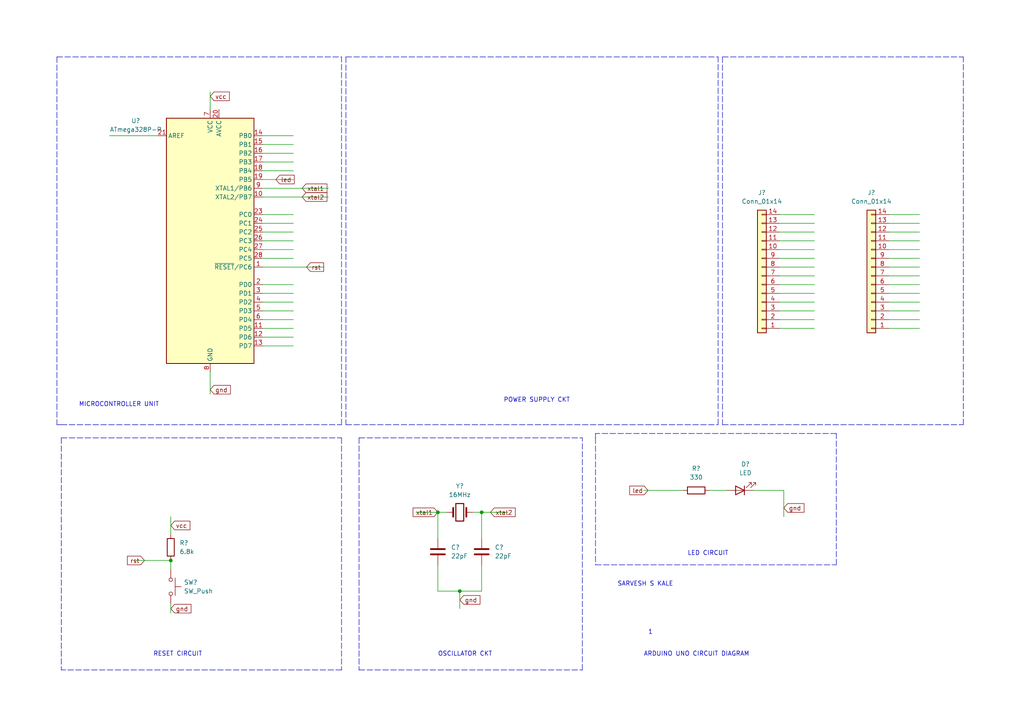
<source format=kicad_sch>
(kicad_sch (version 20211123) (generator eeschema)
  (paper "A4")
  (lib_symbols
    (symbol "Connector_Generic:Conn_01x14" (pin_names (offset 1.016) hide)
      (property "Reference" "J" (at 0 17.78 0))
      (property "Value" "Conn_01x14" (at 0 -20.32 0))
      (symbol "Conn_01x14_1_1"
        (rectangle (start -1.27 -17.653) (end 0 -17.907) (stroke (width 0.1524)))
        (rectangle (start -1.27 -15.113) (end 0 -15.367) (stroke (width 0.1524)))
        (rectangle (start -1.27 -12.573) (end 0 -12.827) (stroke (width 0.1524)))
        (rectangle (start -1.27 -10.033) (end 0 -10.287) (stroke (width 0.1524)))
        (rectangle (start -1.27 -7.493) (end 0 -7.747) (stroke (width 0.1524)))
        (rectangle (start -1.27 -4.953) (end 0 -5.207) (stroke (width 0.1524)))
        (rectangle (start -1.27 -2.413) (end 0 -2.667) (stroke (width 0.1524)))
        (rectangle (start -1.27 0.127) (end 0 -0.127) (stroke (width 0.1524)))
        (rectangle (start -1.27 2.667) (end 0 2.413) (stroke (width 0.1524)))
        (rectangle (start -1.27 5.207) (end 0 4.953) (stroke (width 0.1524)))
        (rectangle (start -1.27 7.747) (end 0 7.493) (stroke (width 0.1524)))
        (rectangle (start -1.27 10.287) (end 0 10.033) (stroke (width 0.1524)))
        (rectangle (start -1.27 12.827) (end 0 12.573) (stroke (width 0.1524)))
        (rectangle (start -1.27 15.367) (end 0 15.113) (stroke (width 0.1524)))
        (rectangle (start -1.27 16.51) (end 1.27 -19.05) (stroke (width 0.254)) (fill (type background)))
        (pin passive line (at -5.08 15.24 0) (length 3.81) (name "Pin_1") (number "1"))
        (pin passive line (at -5.08 -7.62 0) (length 3.81) (name "Pin_10") (number "10"))
        (pin passive line (at -5.08 -10.16 0) (length 3.81) (name "Pin_11") (number "11"))
        (pin passive line (at -5.08 -12.7 0) (length 3.81) (name "Pin_12") (number "12"))
        (pin passive line (at -5.08 -15.24 0) (length 3.81) (name "Pin_13") (number "13"))
        (pin passive line (at -5.08 -17.78 0) (length 3.81) (name "Pin_14") (number "14"))
        (pin passive line (at -5.08 12.7 0) (length 3.81) (name "Pin_2") (number "2"))
        (pin passive line (at -5.08 10.16 0) (length 3.81) (name "Pin_3") (number "3"))
        (pin passive line (at -5.08 7.62 0) (length 3.81) (name "Pin_4") (number "4"))
        (pin passive line (at -5.08 5.08 0) (length 3.81) (name "Pin_5") (number "5"))
        (pin passive line (at -5.08 2.54 0) (length 3.81) (name "Pin_6") (number "6"))
        (pin passive line (at -5.08 0 0) (length 3.81) (name "Pin_7") (number "7"))
        (pin passive line (at -5.08 -2.54 0) (length 3.81) (name "Pin_8") (number "8"))
        (pin passive line (at -5.08 -5.08 0) (length 3.81) (name "Pin_9") (number "9"))
      )
    )
    (symbol "Device:C" (pin_numbers hide) (pin_names (offset 0.254))
      (property "Reference" "C" (at 0.635 2.54 0))
      (property "Value" "C" (at 0.635 -2.54 0))
      (symbol "C_0_1"
        (polyline (pts (xy -2.032 -0.762) (xy 2.032 -0.762)) (stroke (width 0.508)))
        (polyline (pts (xy -2.032 0.762) (xy 2.032 0.762)) (stroke (width 0.508)))
      )
      (symbol "C_1_1"
        (pin passive line (at 0 3.81 270) (length 2.794) (name "~") (number "1"))
        (pin passive line (at 0 -3.81 90) (length 2.794) (name "~") (number "2"))
      )
    )
    (symbol "Device:Crystal" (pin_numbers hide) (pin_names (offset 1.016) hide)
      (property "Reference" "Y" (at 0 3.81 0))
      (property "Value" "Crystal" (at 0 -3.81 0))
      (symbol "Crystal_0_1"
        (rectangle (start -1.143 2.54) (end 1.143 -2.54) (stroke (width 0.3048)))
        (polyline (pts (xy -2.54 0) (xy -1.905 0)))
        (polyline (pts (xy -1.905 -1.27) (xy -1.905 1.27)) (stroke (width 0.508)))
        (polyline (pts (xy 1.905 -1.27) (xy 1.905 1.27)) (stroke (width 0.508)))
        (polyline (pts (xy 2.54 0) (xy 1.905 0)))
      )
      (symbol "Crystal_1_1"
        (pin passive line (at -3.81 0 0) (length 1.27) (name "1") (number "1"))
        (pin passive line (at 3.81 0 180) (length 1.27) (name "2") (number "2"))
      )
    )
    (symbol "Device:LED" (pin_numbers hide) (pin_names (offset 1.016) hide)
      (property "Reference" "D" (at 0 2.54 0))
      (property "Value" "LED" (at 0 -2.54 0))
      (symbol "LED_0_1"
        (polyline (pts (xy -1.27 -1.27) (xy -1.27 1.27)) (stroke (width 0.254)))
        (polyline (pts (xy -1.27 0) (xy 1.27 0)))
        (polyline (pts (xy 1.27 -1.27) (xy 1.27 1.27) (xy -1.27 0) (xy 1.27 -1.27)) (stroke (width 0.254)))
        (polyline (pts (xy -3.048 -0.762) (xy -4.572 -2.286) (xy -3.81 -2.286) (xy -4.572 -2.286) (xy -4.572 -1.524)))
        (polyline (pts (xy -1.778 -0.762) (xy -3.302 -2.286) (xy -2.54 -2.286) (xy -3.302 -2.286) (xy -3.302 -1.524)))
      )
      (symbol "LED_1_1"
        (pin passive line (at -3.81 0 0) (length 2.54) (name "K") (number "1"))
        (pin passive line (at 3.81 0 180) (length 2.54) (name "A") (number "2"))
      )
    )
    (symbol "Device:R" (pin_numbers hide) (pin_names (offset 0))
      (property "Reference" "R" (at 2.032 0 90))
      (property "Value" "R" (at 0 0 90))
      (symbol "R_0_1"
        (rectangle (start -1.016 -2.54) (end 1.016 2.54) (stroke (width 0.254)))
      )
      (symbol "R_1_1"
        (pin passive line (at 0 3.81 270) (length 1.27) (name "~") (number "1"))
        (pin passive line (at 0 -3.81 90) (length 1.27) (name "~") (number "2"))
      )
    )
    (symbol "MCU_Microchip_ATmega:ATmega328P-P"
      (property "Reference" "U" (at -12.7 36.83 0))
      (property "Value" "ATmega328P-P" (at 2.54 -36.83 0))
      (symbol "ATmega328P-P_0_1"
        (rectangle (start -12.7 -35.56) (end 12.7 35.56) (stroke (width 0.254)) (fill (type background)))
      )
      (symbol "ATmega328P-P_1_1"
        (pin bidirectional line (at 15.24 -7.62 180) (length 2.54) (name "~{RESET}/PC6") (number "1"))
        (pin bidirectional line (at 15.24 12.7 180) (length 2.54) (name "XTAL2/PB7") (number "10"))
        (pin bidirectional line (at 15.24 -25.4 180) (length 2.54) (name "PD5") (number "11"))
        (pin bidirectional line (at 15.24 -27.94 180) (length 2.54) (name "PD6") (number "12"))
        (pin bidirectional line (at 15.24 -30.48 180) (length 2.54) (name "PD7") (number "13"))
        (pin bidirectional line (at 15.24 30.48 180) (length 2.54) (name "PB0") (number "14"))
        (pin bidirectional line (at 15.24 27.94 180) (length 2.54) (name "PB1") (number "15"))
        (pin bidirectional line (at 15.24 25.4 180) (length 2.54) (name "PB2") (number "16"))
        (pin bidirectional line (at 15.24 22.86 180) (length 2.54) (name "PB3") (number "17"))
        (pin bidirectional line (at 15.24 20.32 180) (length 2.54) (name "PB4") (number "18"))
        (pin bidirectional line (at 15.24 17.78 180) (length 2.54) (name "PB5") (number "19"))
        (pin bidirectional line (at 15.24 -12.7 180) (length 2.54) (name "PD0") (number "2"))
        (pin power_in line (at 2.54 38.1 270) (length 2.54) (name "AVCC") (number "20"))
        (pin passive line (at -15.24 30.48 0) (length 2.54) (name "AREF") (number "21"))
        (pin passive line (at 0 -38.1 90) (length 2.54) hide (name "GND") (number "22"))
        (pin bidirectional line (at 15.24 7.62 180) (length 2.54) (name "PC0") (number "23"))
        (pin bidirectional line (at 15.24 5.08 180) (length 2.54) (name "PC1") (number "24"))
        (pin bidirectional line (at 15.24 2.54 180) (length 2.54) (name "PC2") (number "25"))
        (pin bidirectional line (at 15.24 0 180) (length 2.54) (name "PC3") (number "26"))
        (pin bidirectional line (at 15.24 -2.54 180) (length 2.54) (name "PC4") (number "27"))
        (pin bidirectional line (at 15.24 -5.08 180) (length 2.54) (name "PC5") (number "28"))
        (pin bidirectional line (at 15.24 -15.24 180) (length 2.54) (name "PD1") (number "3"))
        (pin bidirectional line (at 15.24 -17.78 180) (length 2.54) (name "PD2") (number "4"))
        (pin bidirectional line (at 15.24 -20.32 180) (length 2.54) (name "PD3") (number "5"))
        (pin bidirectional line (at 15.24 -22.86 180) (length 2.54) (name "PD4") (number "6"))
        (pin power_in line (at 0 38.1 270) (length 2.54) (name "VCC") (number "7"))
        (pin power_in line (at 0 -38.1 90) (length 2.54) (name "GND") (number "8"))
        (pin bidirectional line (at 15.24 15.24 180) (length 2.54) (name "XTAL1/PB6") (number "9"))
      )
    )
    (symbol "Switch:SW_Push" (pin_numbers hide) (pin_names (offset 1.016) hide)
      (property "Reference" "SW" (at 1.27 2.54 0))
      (property "Value" "SW_Push" (at 0 -1.524 0))
      (symbol "SW_Push_0_1"
        (circle (center -2.032 0) (radius 0.508))
        (polyline (pts (xy 0 1.27) (xy 0 3.048)))
        (polyline (pts (xy 2.54 1.27) (xy -2.54 1.27)))
        (circle (center 2.032 0) (radius 0.508))
        (pin passive line (at -5.08 0 0) (length 2.54) (name "1") (number "1"))
        (pin passive line (at 5.08 0 180) (length 2.54) (name "2") (number "2"))
      )
    )
  )
  (junction (at 133.35 171.45))
  (junction (at 139.7 148.59))
  (junction (at 49.53 162.56))
  (junction (at 127 148.59))
  (wire (pts (xy 226.06 74.93) (xy 236.22 74.93)))
  (polyline (pts (xy 104.14 127) (xy 104.14 194.31)))
  (wire (pts (xy 76.2 54.61) (xy 95.25 54.61)))
  (wire (pts (xy 76.2 74.93) (xy 85.09 74.93)))
  (wire (pts (xy 257.81 72.39) (xy 266.7 72.39)))
  (polyline (pts (xy 172.72 163.83) (xy 242.57 163.83)))
  (wire (pts (xy 226.06 69.85) (xy 236.22 69.85)))
  (wire (pts (xy 226.06 85.09) (xy 236.22 85.09)))
  (polyline (pts (xy 104.14 194.31) (xy 168.91 194.31)))
  (wire (pts (xy 226.06 67.31) (xy 236.22 67.31)))
  (wire (pts (xy 226.06 72.39) (xy 236.22 72.39)))
  (wire (pts (xy 227.33 142.24) (xy 227.33 149.86)))
  (polyline (pts (xy 104.14 127) (xy 168.91 127)))
  (wire (pts (xy 137.16 148.59) (xy 139.7 148.59)))
  (wire (pts (xy 127 148.59) (xy 129.54 148.59)))
  (wire (pts (xy 76.2 95.25) (xy 85.09 95.25)))
  (wire (pts (xy 76.2 82.55) (xy 85.09 82.55)))
  (polyline (pts (xy 100.33 123.19) (xy 208.28 123.19)))
  (wire (pts (xy 257.81 85.09) (xy 266.7 85.09)))
  (wire (pts (xy 257.81 92.71) (xy 266.7 92.71)))
  (wire (pts (xy 76.2 67.31) (xy 85.09 67.31)))
  (wire (pts (xy 226.06 82.55) (xy 236.22 82.55)))
  (wire (pts (xy 257.81 87.63) (xy 266.7 87.63)))
  (wire (pts (xy 76.2 100.33) (xy 85.09 100.33)))
  (polyline (pts (xy 242.57 125.73) (xy 172.72 125.73)))
  (polyline (pts (xy 17.78 123.19) (xy 99.06 123.19)))
  (wire (pts (xy 226.06 64.77) (xy 236.22 64.77)))
  (polyline (pts (xy 99.06 194.31) (xy 17.78 194.31)))
  (wire (pts (xy 127 171.45) (xy 133.35 171.45)))
  (wire (pts (xy 257.81 74.93) (xy 266.7 74.93)))
  (wire (pts (xy 226.06 92.71) (xy 236.22 92.71)))
  (wire (pts (xy 76.2 49.53) (xy 85.09 49.53)))
  (wire (pts (xy 60.96 107.95) (xy 60.96 114.3)))
  (wire (pts (xy 257.81 80.01) (xy 266.7 80.01)))
  (polyline (pts (xy 16.51 16.51) (xy 16.51 123.19)))
  (wire (pts (xy 218.44 142.24) (xy 227.33 142.24)))
  (wire (pts (xy 76.2 72.39) (xy 85.09 72.39)))
  (wire (pts (xy 76.2 64.77) (xy 85.09 64.77)))
  (wire (pts (xy 49.53 175.26) (xy 49.53 177.8)))
  (polyline (pts (xy 172.72 125.73) (xy 172.72 127)))
  (wire (pts (xy 76.2 69.85) (xy 85.09 69.85)))
  (wire (pts (xy 127 148.59) (xy 127 156.21)))
  (wire (pts (xy 226.06 77.47) (xy 236.22 77.47)))
  (wire (pts (xy 257.81 67.31) (xy 266.7 67.31)))
  (polyline (pts (xy 209.55 16.51) (xy 209.55 123.19)))
  (wire (pts (xy 139.7 148.59) (xy 147.32 148.59)))
  (wire (pts (xy 127 163.83) (xy 127 171.45)))
  (polyline (pts (xy 99.06 127) (xy 99.06 194.31)))
  (wire (pts (xy 226.06 87.63) (xy 236.22 87.63)))
  (polyline (pts (xy 172.72 127) (xy 172.72 163.83)))
  (polyline (pts (xy 279.4 123.19) (xy 279.4 16.51)))
  (wire (pts (xy 49.53 162.56) (xy 49.53 165.1)))
  (wire (pts (xy 76.2 85.09) (xy 85.09 85.09)))
  (wire (pts (xy 76.2 39.37) (xy 85.09 39.37)))
  (polyline (pts (xy 16.51 16.51) (xy 99.06 16.51)))
  (wire (pts (xy 76.2 90.17) (xy 85.09 90.17)))
  (wire (pts (xy 60.96 26.67) (xy 60.96 31.75)))
  (wire (pts (xy 76.2 97.79) (xy 85.09 97.79)))
  (polyline (pts (xy 209.55 16.51) (xy 279.4 16.51)))
  (wire (pts (xy 39.37 162.56) (xy 49.53 162.56)))
  (wire (pts (xy 257.81 95.25) (xy 266.7 95.25)))
  (wire (pts (xy 257.81 62.23) (xy 266.7 62.23)))
  (polyline (pts (xy 100.33 16.51) (xy 100.33 123.19)))
  (wire (pts (xy 120.65 148.59) (xy 127 148.59)))
  (wire (pts (xy 76.2 44.45) (xy 85.09 44.45)))
  (wire (pts (xy 257.81 90.17) (xy 266.7 90.17)))
  (wire (pts (xy 257.81 82.55) (xy 266.7 82.55)))
  (wire (pts (xy 76.2 77.47) (xy 93.98 77.47)))
  (wire (pts (xy 76.2 87.63) (xy 85.09 87.63)))
  (wire (pts (xy 226.06 80.01) (xy 236.22 80.01)))
  (wire (pts (xy 205.74 142.24) (xy 210.82 142.24)))
  (polyline (pts (xy 17.78 127) (xy 17.78 194.31)))
  (polyline (pts (xy 16.51 123.19) (xy 17.78 123.19)))
  (polyline (pts (xy 99.06 123.19) (xy 99.06 16.51)))
  (polyline (pts (xy 100.33 16.51) (xy 208.28 16.51)))
  (wire (pts (xy 76.2 41.91) (xy 85.09 41.91)))
  (wire (pts (xy 76.2 57.15) (xy 95.25 57.15)))
  (wire (pts (xy 257.81 69.85) (xy 266.7 69.85)))
  (polyline (pts (xy 242.57 163.83) (xy 242.57 125.73)))
  (wire (pts (xy 226.06 62.23) (xy 236.22 62.23)))
  (wire (pts (xy 139.7 163.83) (xy 139.7 171.45)))
  (wire (pts (xy 49.53 149.86) (xy 49.53 154.94)))
  (wire (pts (xy 76.2 52.07) (xy 85.09 52.07)))
  (wire (pts (xy 76.2 92.71) (xy 85.09 92.71)))
  (wire (pts (xy 139.7 148.59) (xy 139.7 156.21)))
  (polyline (pts (xy 168.91 194.31) (xy 168.91 127)))
  (wire (pts (xy 31.75 39.37) (xy 45.72 39.37)))
  (wire (pts (xy 257.81 77.47) (xy 266.7 77.47)))
  (polyline (pts (xy 208.28 123.19) (xy 208.28 16.51)))
  (wire (pts (xy 133.35 171.45) (xy 133.35 176.53)))
  (wire (pts (xy 226.06 90.17) (xy 236.22 90.17)))
  (wire (pts (xy 76.2 62.23) (xy 85.09 62.23)))
  (polyline (pts (xy 209.55 123.19) (xy 279.4 123.19)))
  (wire (pts (xy 76.2 46.99) (xy 85.09 46.99)))
  (wire (pts (xy 257.81 64.77) (xy 266.7 64.77)))
  (polyline (pts (xy 17.78 127) (xy 99.06 127)))
  (wire (pts (xy 186.69 142.24) (xy 198.12 142.24)))
  (wire (pts (xy 226.06 95.25) (xy 236.22 95.25)))
  (wire (pts (xy 133.35 171.45) (xy 139.7 171.45)))
  (text "SARVESH S KALE" (at 179.07 170.18 0) (effects (font (size 1.27 1.27)) (justify left bottom)))
  (text "LED CIRCUIT" (at 199.39 161.29 0) (effects (font (size 1.27 1.27)) (justify left bottom)))
  (text "ARDUINO UNO CIRCUIT DIAGRAM" (at 186.69 190.5 0) (effects (font (size 1.27 1.27)) (justify left bottom)))
  (text "1" (at 187.96 184.15 0) (effects (font (size 1.27 1.27)) (justify left bottom)))
  (text "RESET CIRCUIT" (at 44.45 190.5 0) (effects (font (size 1.27 1.27)) (justify left bottom)))
  (text "OSCILLATOR CKT" (at 127 190.5 0) (effects (font (size 1.27 1.27)) (justify left bottom)))
  (text "POWER SUPPLY CKT" (at 146.05 116.84 0) (effects (font (size 1.27 1.27)) (justify left bottom)))
  (text "MICROCONTROLLER UNIT" (at 22.86 118.11 0) (effects (font (size 1.27 1.27)) (justify left bottom)))
  (global_label "gnd" (shape input) (at 227.33 147.32 0) (property "Intersheet References" "${INTERSHEET_REFS}" (effects hide)))
  (global_label "gnd" (shape input) (at 49.53 176.53 0) (property "Intersheet References" "${INTERSHEET_REFS}" (effects hide)))
  (global_label "vcc" (shape input) (at 60.96 27.94 0) (property "Intersheet References" "${INTERSHEET_REFS}" (effects hide)))
  (global_label "xtal2" (shape input) (at 87.63 57.15 0) (property "Intersheet References" "${INTERSHEET_REFS}" (effects hide)))
  (global_label "xtal1" (shape input) (at 87.63 54.61 0) (property "Intersheet References" "${INTERSHEET_REFS}" (effects hide)))
  (global_label "xtal2" (shape input) (at 142.24 148.59 0) (property "Intersheet References" "${INTERSHEET_REFS}" (effects hide)))
  (global_label "gnd" (shape input) (at 60.96 113.03 0) (property "Intersheet References" "${INTERSHEET_REFS}" (effects hide)))
  (global_label "vcc" (shape input) (at 49.53 152.4 0) (property "Intersheet References" "${INTERSHEET_REFS}" (effects hide)))
  (global_label "xtal1" (shape input) (at 127 148.59 180) (property "Intersheet References" "${INTERSHEET_REFS}" (effects hide)))
  (global_label "led" (shape input) (at 80.01 52.07 0) (property "Intersheet References" "${INTERSHEET_REFS}" (effects hide)))
  (global_label "rst" (shape input) (at 88.9 77.47 0) (property "Intersheet References" "${INTERSHEET_REFS}" (effects hide)))
  (global_label "rst" (shape input) (at 41.91 162.56 180) (property "Intersheet References" "${INTERSHEET_REFS}" (effects hide)))
  (global_label "gnd" (shape input) (at 133.35 173.99 0) (property "Intersheet References" "${INTERSHEET_REFS}" (effects hide)))
  (global_label "led" (shape input) (at 187.96 142.24 180) (property "Intersheet References" "${INTERSHEET_REFS}" (effects hide)))
  (symbol (lib_id "Device:Crystal") (at 133.35 148.59 0) (unit 1)
    (property "Reference" "Y?" (at 133.35 140.97 0))
    (property "Value" "16MHz" (at 133.35 143.51 0))
  )
  (symbol (lib_id "MCU_Microchip_ATmega:ATmega328P-P") (at 60.96 69.85 0) (unit 1)
    (property "Reference" "U?" (at 39.37 35.0393 0))
    (property "Value" "ATmega328P-P" (at 39.37 37.5793 0))
    (property "Footprint" "Package_DIP:DIP-28_W7.62mm" (effects hide))
    (property "Datasheet" "http://ww1.microchip.com/downloads/en/DeviceDoc/ATmega328_P%20AVR%20MCU%20with%20picoPower%20Technology%20Data%20Sheet%2040001984A.pdf" (effects hide))
  )
  (symbol (lib_id "Device:R") (at 201.93 142.24 90) (unit 1)
    (property "Reference" "R?" (at 201.93 135.89 90))
    (property "Value" "330" (at 201.93 138.43 90))
  )
  (symbol (lib_id "Switch:SW_Push") (at 49.53 170.18 270) (unit 1)
    (property "Reference" "SW?" (at 53.34 168.9099 90) (effects (justify left)))
    (property "Value" "SW_Push" (at 53.34 171.4499 90) (effects (justify left)))
  )
  (symbol (lib_id "Device:R") (at 49.53 158.75 0) (unit 1)
    (property "Reference" "R?" (at 52.07 157.4799 0) (effects (justify left)))
    (property "Value" "6.8k" (at 52.07 160.0199 0) (effects (justify left)))
  )
  (symbol (lib_id "Connector_Generic:Conn_01x14") (at 252.73 80.01 180) (unit 1)
    (property "Reference" "J?" (at 252.73 55.88 0))
    (property "Value" "Conn_01x14" (at 252.73 58.42 0))
  )
  (symbol (lib_id "Device:C") (at 127 160.02 0) (unit 1)
    (property "Reference" "C?" (at 130.81 158.7499 0) (effects (justify left)))
    (property "Value" "22pF" (at 130.81 161.2899 0) (effects (justify left)))
  )
  (symbol (lib_id "Device:LED") (at 214.63 142.24 180) (unit 1)
    (property "Reference" "D?" (at 216.2175 134.62 0))
    (property "Value" "LED" (at 216.2175 137.16 0))
  )
  (symbol (lib_id "Connector_Generic:Conn_01x14") (at 220.98 80.01 180) (unit 1)
    (property "Reference" "J?" (at 220.98 55.88 0))
    (property "Value" "Conn_01x14" (at 220.98 58.42 0))
  )
  (symbol (lib_id "Device:C") (at 139.7 160.02 0) (unit 1)
    (property "Reference" "C?" (at 143.51 158.7499 0) (effects (justify left)))
    (property "Value" "22pF" (at 143.51 161.2899 0) (effects (justify left)))
  )
)
</source>
